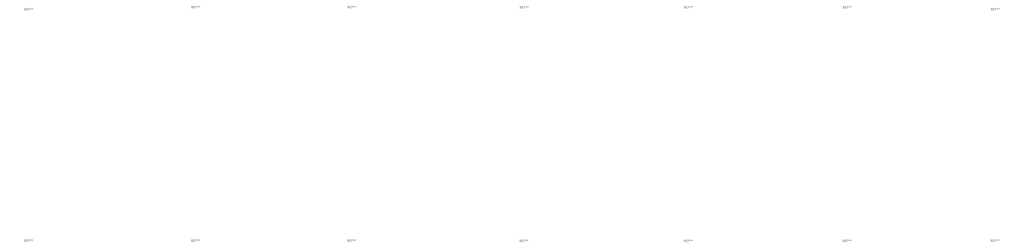
<source format=gto>
G04 #@! TF.GenerationSoftware,KiCad,Pcbnew,(5.1.6)-1*
G04 #@! TF.CreationDate,2020-07-08T00:22:04-04:00*
G04 #@! TF.ProjectId,railroad-keyboard-bottom-plate,7261696c-726f-4616-942d-6b6579626f61,rev?*
G04 #@! TF.SameCoordinates,Original*
G04 #@! TF.FileFunction,Legend,Top*
G04 #@! TF.FilePolarity,Positive*
%FSLAX46Y46*%
G04 Gerber Fmt 4.6, Leading zero omitted, Abs format (unit mm)*
G04 Created by KiCad (PCBNEW (5.1.6)-1) date 2020-07-08 00:22:04*
%MOMM*%
%LPD*%
G01*
G04 APERTURE LIST*
%ADD10C,0.150000*%
%ADD11C,2.300000*%
G04 APERTURE END LIST*
G04 #@! TO.C,REF\u002A\u002A*
D10*
X-6635583Y-223185380D02*
X-6968916Y-222709190D01*
X-7207011Y-223185380D02*
X-7207011Y-222185380D01*
X-6826059Y-222185380D01*
X-6730821Y-222233000D01*
X-6683202Y-222280619D01*
X-6635583Y-222375857D01*
X-6635583Y-222518714D01*
X-6683202Y-222613952D01*
X-6730821Y-222661571D01*
X-6826059Y-222709190D01*
X-7207011Y-222709190D01*
X-6207011Y-222661571D02*
X-5873678Y-222661571D01*
X-5730821Y-223185380D02*
X-6207011Y-223185380D01*
X-6207011Y-222185380D01*
X-5730821Y-222185380D01*
X-4968916Y-222661571D02*
X-5302250Y-222661571D01*
X-5302250Y-223185380D02*
X-5302250Y-222185380D01*
X-4826059Y-222185380D01*
X-4302250Y-222185380D02*
X-4302250Y-222423476D01*
X-4540345Y-222328238D02*
X-4302250Y-222423476D01*
X-4064154Y-222328238D01*
X-4445107Y-222613952D02*
X-4302250Y-222423476D01*
X-4159392Y-222613952D01*
X-3540345Y-222185380D02*
X-3540345Y-222423476D01*
X-3778440Y-222328238D02*
X-3540345Y-222423476D01*
X-3302250Y-222328238D01*
X-3683202Y-222613952D02*
X-3540345Y-222423476D01*
X-3397488Y-222613952D01*
X449421416Y-113965380D02*
X449088083Y-113489190D01*
X448849988Y-113965380D02*
X448849988Y-112965380D01*
X449230940Y-112965380D01*
X449326178Y-113013000D01*
X449373797Y-113060619D01*
X449421416Y-113155857D01*
X449421416Y-113298714D01*
X449373797Y-113393952D01*
X449326178Y-113441571D01*
X449230940Y-113489190D01*
X448849988Y-113489190D01*
X449849988Y-113441571D02*
X450183321Y-113441571D01*
X450326178Y-113965380D02*
X449849988Y-113965380D01*
X449849988Y-112965380D01*
X450326178Y-112965380D01*
X451088083Y-113441571D02*
X450754750Y-113441571D01*
X450754750Y-113965380D02*
X450754750Y-112965380D01*
X451230940Y-112965380D01*
X451754750Y-112965380D02*
X451754750Y-113203476D01*
X451516654Y-113108238D02*
X451754750Y-113203476D01*
X451992845Y-113108238D01*
X451611892Y-113393952D02*
X451754750Y-113203476D01*
X451897607Y-113393952D01*
X452516654Y-112965380D02*
X452516654Y-113203476D01*
X452278559Y-113108238D02*
X452516654Y-113203476D01*
X452754750Y-113108238D01*
X452373797Y-113393952D02*
X452516654Y-113203476D01*
X452659511Y-113393952D01*
X304641416Y-113076380D02*
X304308083Y-112600190D01*
X304069988Y-113076380D02*
X304069988Y-112076380D01*
X304450940Y-112076380D01*
X304546178Y-112124000D01*
X304593797Y-112171619D01*
X304641416Y-112266857D01*
X304641416Y-112409714D01*
X304593797Y-112504952D01*
X304546178Y-112552571D01*
X304450940Y-112600190D01*
X304069988Y-112600190D01*
X305069988Y-112552571D02*
X305403321Y-112552571D01*
X305546178Y-113076380D02*
X305069988Y-113076380D01*
X305069988Y-112076380D01*
X305546178Y-112076380D01*
X306308083Y-112552571D02*
X305974750Y-112552571D01*
X305974750Y-113076380D02*
X305974750Y-112076380D01*
X306450940Y-112076380D01*
X306974750Y-112076380D02*
X306974750Y-112314476D01*
X306736654Y-112219238D02*
X306974750Y-112314476D01*
X307212845Y-112219238D01*
X306831892Y-112504952D02*
X306974750Y-112314476D01*
X307117607Y-112504952D01*
X307736654Y-112076380D02*
X307736654Y-112314476D01*
X307498559Y-112219238D02*
X307736654Y-112314476D01*
X307974750Y-112219238D01*
X307593797Y-112504952D02*
X307736654Y-112314476D01*
X307879511Y-112504952D01*
X304514416Y-223312380D02*
X304181083Y-222836190D01*
X303942988Y-223312380D02*
X303942988Y-222312380D01*
X304323940Y-222312380D01*
X304419178Y-222360000D01*
X304466797Y-222407619D01*
X304514416Y-222502857D01*
X304514416Y-222645714D01*
X304466797Y-222740952D01*
X304419178Y-222788571D01*
X304323940Y-222836190D01*
X303942988Y-222836190D01*
X304942988Y-222788571D02*
X305276321Y-222788571D01*
X305419178Y-223312380D02*
X304942988Y-223312380D01*
X304942988Y-222312380D01*
X305419178Y-222312380D01*
X306181083Y-222788571D02*
X305847750Y-222788571D01*
X305847750Y-223312380D02*
X305847750Y-222312380D01*
X306323940Y-222312380D01*
X306847750Y-222312380D02*
X306847750Y-222550476D01*
X306609654Y-222455238D02*
X306847750Y-222550476D01*
X307085845Y-222455238D01*
X306704892Y-222740952D02*
X306847750Y-222550476D01*
X306990607Y-222740952D01*
X307609654Y-222312380D02*
X307609654Y-222550476D01*
X307371559Y-222455238D02*
X307609654Y-222550476D01*
X307847750Y-222455238D01*
X307466797Y-222740952D02*
X307609654Y-222550476D01*
X307752511Y-222740952D01*
X145891416Y-112949380D02*
X145558083Y-112473190D01*
X145319988Y-112949380D02*
X145319988Y-111949380D01*
X145700940Y-111949380D01*
X145796178Y-111997000D01*
X145843797Y-112044619D01*
X145891416Y-112139857D01*
X145891416Y-112282714D01*
X145843797Y-112377952D01*
X145796178Y-112425571D01*
X145700940Y-112473190D01*
X145319988Y-112473190D01*
X146319988Y-112425571D02*
X146653321Y-112425571D01*
X146796178Y-112949380D02*
X146319988Y-112949380D01*
X146319988Y-111949380D01*
X146796178Y-111949380D01*
X147558083Y-112425571D02*
X147224750Y-112425571D01*
X147224750Y-112949380D02*
X147224750Y-111949380D01*
X147700940Y-111949380D01*
X148224750Y-111949380D02*
X148224750Y-112187476D01*
X147986654Y-112092238D02*
X148224750Y-112187476D01*
X148462845Y-112092238D01*
X148081892Y-112377952D02*
X148224750Y-112187476D01*
X148367607Y-112377952D01*
X148986654Y-111949380D02*
X148986654Y-112187476D01*
X148748559Y-112092238D02*
X148986654Y-112187476D01*
X149224750Y-112092238D01*
X148843797Y-112377952D02*
X148986654Y-112187476D01*
X149129511Y-112377952D01*
X145764416Y-223185380D02*
X145431083Y-222709190D01*
X145192988Y-223185380D02*
X145192988Y-222185380D01*
X145573940Y-222185380D01*
X145669178Y-222233000D01*
X145716797Y-222280619D01*
X145764416Y-222375857D01*
X145764416Y-222518714D01*
X145716797Y-222613952D01*
X145669178Y-222661571D01*
X145573940Y-222709190D01*
X145192988Y-222709190D01*
X146192988Y-222661571D02*
X146526321Y-222661571D01*
X146669178Y-223185380D02*
X146192988Y-223185380D01*
X146192988Y-222185380D01*
X146669178Y-222185380D01*
X147431083Y-222661571D02*
X147097750Y-222661571D01*
X147097750Y-223185380D02*
X147097750Y-222185380D01*
X147573940Y-222185380D01*
X148097750Y-222185380D02*
X148097750Y-222423476D01*
X147859654Y-222328238D02*
X148097750Y-222423476D01*
X148335845Y-222328238D01*
X147954892Y-222613952D02*
X148097750Y-222423476D01*
X148240607Y-222613952D01*
X148859654Y-222185380D02*
X148859654Y-222423476D01*
X148621559Y-222328238D02*
X148859654Y-222423476D01*
X149097750Y-222328238D01*
X148716797Y-222613952D02*
X148859654Y-222423476D01*
X149002511Y-222613952D01*
X72231416Y-112949380D02*
X71898083Y-112473190D01*
X71659988Y-112949380D02*
X71659988Y-111949380D01*
X72040940Y-111949380D01*
X72136178Y-111997000D01*
X72183797Y-112044619D01*
X72231416Y-112139857D01*
X72231416Y-112282714D01*
X72183797Y-112377952D01*
X72136178Y-112425571D01*
X72040940Y-112473190D01*
X71659988Y-112473190D01*
X72659988Y-112425571D02*
X72993321Y-112425571D01*
X73136178Y-112949380D02*
X72659988Y-112949380D01*
X72659988Y-111949380D01*
X73136178Y-111949380D01*
X73898083Y-112425571D02*
X73564750Y-112425571D01*
X73564750Y-112949380D02*
X73564750Y-111949380D01*
X74040940Y-111949380D01*
X74564750Y-111949380D02*
X74564750Y-112187476D01*
X74326654Y-112092238D02*
X74564750Y-112187476D01*
X74802845Y-112092238D01*
X74421892Y-112377952D02*
X74564750Y-112187476D01*
X74707607Y-112377952D01*
X75326654Y-111949380D02*
X75326654Y-112187476D01*
X75088559Y-112092238D02*
X75326654Y-112187476D01*
X75564750Y-112092238D01*
X75183797Y-112377952D02*
X75326654Y-112187476D01*
X75469511Y-112377952D01*
X72104416Y-223185380D02*
X71771083Y-222709190D01*
X71532988Y-223185380D02*
X71532988Y-222185380D01*
X71913940Y-222185380D01*
X72009178Y-222233000D01*
X72056797Y-222280619D01*
X72104416Y-222375857D01*
X72104416Y-222518714D01*
X72056797Y-222613952D01*
X72009178Y-222661571D01*
X71913940Y-222709190D01*
X71532988Y-222709190D01*
X72532988Y-222661571D02*
X72866321Y-222661571D01*
X73009178Y-223185380D02*
X72532988Y-223185380D01*
X72532988Y-222185380D01*
X73009178Y-222185380D01*
X73771083Y-222661571D02*
X73437750Y-222661571D01*
X73437750Y-223185380D02*
X73437750Y-222185380D01*
X73913940Y-222185380D01*
X74437750Y-222185380D02*
X74437750Y-222423476D01*
X74199654Y-222328238D02*
X74437750Y-222423476D01*
X74675845Y-222328238D01*
X74294892Y-222613952D02*
X74437750Y-222423476D01*
X74580607Y-222613952D01*
X75199654Y-222185380D02*
X75199654Y-222423476D01*
X74961559Y-222328238D02*
X75199654Y-222423476D01*
X75437750Y-222328238D01*
X75056797Y-222613952D02*
X75199654Y-222423476D01*
X75342511Y-222613952D01*
X379571416Y-113076380D02*
X379238083Y-112600190D01*
X378999988Y-113076380D02*
X378999988Y-112076380D01*
X379380940Y-112076380D01*
X379476178Y-112124000D01*
X379523797Y-112171619D01*
X379571416Y-112266857D01*
X379571416Y-112409714D01*
X379523797Y-112504952D01*
X379476178Y-112552571D01*
X379380940Y-112600190D01*
X378999988Y-112600190D01*
X379999988Y-112552571D02*
X380333321Y-112552571D01*
X380476178Y-113076380D02*
X379999988Y-113076380D01*
X379999988Y-112076380D01*
X380476178Y-112076380D01*
X381238083Y-112552571D02*
X380904750Y-112552571D01*
X380904750Y-113076380D02*
X380904750Y-112076380D01*
X381380940Y-112076380D01*
X381904750Y-112076380D02*
X381904750Y-112314476D01*
X381666654Y-112219238D02*
X381904750Y-112314476D01*
X382142845Y-112219238D01*
X381761892Y-112504952D02*
X381904750Y-112314476D01*
X382047607Y-112504952D01*
X382666654Y-112076380D02*
X382666654Y-112314476D01*
X382428559Y-112219238D02*
X382666654Y-112314476D01*
X382904750Y-112219238D01*
X382523797Y-112504952D02*
X382666654Y-112314476D01*
X382809511Y-112504952D01*
X379444416Y-223312380D02*
X379111083Y-222836190D01*
X378872988Y-223312380D02*
X378872988Y-222312380D01*
X379253940Y-222312380D01*
X379349178Y-222360000D01*
X379396797Y-222407619D01*
X379444416Y-222502857D01*
X379444416Y-222645714D01*
X379396797Y-222740952D01*
X379349178Y-222788571D01*
X379253940Y-222836190D01*
X378872988Y-222836190D01*
X379872988Y-222788571D02*
X380206321Y-222788571D01*
X380349178Y-223312380D02*
X379872988Y-223312380D01*
X379872988Y-222312380D01*
X380349178Y-222312380D01*
X381111083Y-222788571D02*
X380777750Y-222788571D01*
X380777750Y-223312380D02*
X380777750Y-222312380D01*
X381253940Y-222312380D01*
X381777750Y-222312380D02*
X381777750Y-222550476D01*
X381539654Y-222455238D02*
X381777750Y-222550476D01*
X382015845Y-222455238D01*
X381634892Y-222740952D02*
X381777750Y-222550476D01*
X381920607Y-222740952D01*
X382539654Y-222312380D02*
X382539654Y-222550476D01*
X382301559Y-222455238D02*
X382539654Y-222550476D01*
X382777750Y-222455238D01*
X382396797Y-222740952D02*
X382539654Y-222550476D01*
X382682511Y-222740952D01*
X-6508583Y-113965380D02*
X-6841916Y-113489190D01*
X-7080011Y-113965380D02*
X-7080011Y-112965380D01*
X-6699059Y-112965380D01*
X-6603821Y-113013000D01*
X-6556202Y-113060619D01*
X-6508583Y-113155857D01*
X-6508583Y-113298714D01*
X-6556202Y-113393952D01*
X-6603821Y-113441571D01*
X-6699059Y-113489190D01*
X-7080011Y-113489190D01*
X-6080011Y-113441571D02*
X-5746678Y-113441571D01*
X-5603821Y-113965380D02*
X-6080011Y-113965380D01*
X-6080011Y-112965380D01*
X-5603821Y-112965380D01*
X-4841916Y-113441571D02*
X-5175250Y-113441571D01*
X-5175250Y-113965380D02*
X-5175250Y-112965380D01*
X-4699059Y-112965380D01*
X-4175250Y-112965380D02*
X-4175250Y-113203476D01*
X-4413345Y-113108238D02*
X-4175250Y-113203476D01*
X-3937154Y-113108238D01*
X-4318107Y-113393952D02*
X-4175250Y-113203476D01*
X-4032392Y-113393952D01*
X-3413345Y-112965380D02*
X-3413345Y-113203476D01*
X-3651440Y-113108238D02*
X-3413345Y-113203476D01*
X-3175250Y-113108238D01*
X-3556202Y-113393952D02*
X-3413345Y-113203476D01*
X-3270488Y-113393952D01*
X227044416Y-223312380D02*
X226711083Y-222836190D01*
X226472988Y-223312380D02*
X226472988Y-222312380D01*
X226853940Y-222312380D01*
X226949178Y-222360000D01*
X226996797Y-222407619D01*
X227044416Y-222502857D01*
X227044416Y-222645714D01*
X226996797Y-222740952D01*
X226949178Y-222788571D01*
X226853940Y-222836190D01*
X226472988Y-222836190D01*
X227472988Y-222788571D02*
X227806321Y-222788571D01*
X227949178Y-223312380D02*
X227472988Y-223312380D01*
X227472988Y-222312380D01*
X227949178Y-222312380D01*
X228711083Y-222788571D02*
X228377750Y-222788571D01*
X228377750Y-223312380D02*
X228377750Y-222312380D01*
X228853940Y-222312380D01*
X229377750Y-222312380D02*
X229377750Y-222550476D01*
X229139654Y-222455238D02*
X229377750Y-222550476D01*
X229615845Y-222455238D01*
X229234892Y-222740952D02*
X229377750Y-222550476D01*
X229520607Y-222740952D01*
X230139654Y-222312380D02*
X230139654Y-222550476D01*
X229901559Y-222455238D02*
X230139654Y-222550476D01*
X230377750Y-222455238D01*
X229996797Y-222740952D02*
X230139654Y-222550476D01*
X230282511Y-222740952D01*
X227171416Y-113076380D02*
X226838083Y-112600190D01*
X226599988Y-113076380D02*
X226599988Y-112076380D01*
X226980940Y-112076380D01*
X227076178Y-112124000D01*
X227123797Y-112171619D01*
X227171416Y-112266857D01*
X227171416Y-112409714D01*
X227123797Y-112504952D01*
X227076178Y-112552571D01*
X226980940Y-112600190D01*
X226599988Y-112600190D01*
X227599988Y-112552571D02*
X227933321Y-112552571D01*
X228076178Y-113076380D02*
X227599988Y-113076380D01*
X227599988Y-112076380D01*
X228076178Y-112076380D01*
X228838083Y-112552571D02*
X228504750Y-112552571D01*
X228504750Y-113076380D02*
X228504750Y-112076380D01*
X228980940Y-112076380D01*
X229504750Y-112076380D02*
X229504750Y-112314476D01*
X229266654Y-112219238D02*
X229504750Y-112314476D01*
X229742845Y-112219238D01*
X229361892Y-112504952D02*
X229504750Y-112314476D01*
X229647607Y-112504952D01*
X230266654Y-112076380D02*
X230266654Y-112314476D01*
X230028559Y-112219238D02*
X230266654Y-112314476D01*
X230504750Y-112219238D01*
X230123797Y-112504952D02*
X230266654Y-112314476D01*
X230409511Y-112504952D01*
X449294416Y-223185380D02*
X448961083Y-222709190D01*
X448722988Y-223185380D02*
X448722988Y-222185380D01*
X449103940Y-222185380D01*
X449199178Y-222233000D01*
X449246797Y-222280619D01*
X449294416Y-222375857D01*
X449294416Y-222518714D01*
X449246797Y-222613952D01*
X449199178Y-222661571D01*
X449103940Y-222709190D01*
X448722988Y-222709190D01*
X449722988Y-222661571D02*
X450056321Y-222661571D01*
X450199178Y-223185380D02*
X449722988Y-223185380D01*
X449722988Y-222185380D01*
X450199178Y-222185380D01*
X450961083Y-222661571D02*
X450627750Y-222661571D01*
X450627750Y-223185380D02*
X450627750Y-222185380D01*
X451103940Y-222185380D01*
X451627750Y-222185380D02*
X451627750Y-222423476D01*
X451389654Y-222328238D02*
X451627750Y-222423476D01*
X451865845Y-222328238D01*
X451484892Y-222613952D02*
X451627750Y-222423476D01*
X451770607Y-222613952D01*
X452389654Y-222185380D02*
X452389654Y-222423476D01*
X452151559Y-222328238D02*
X452389654Y-222423476D01*
X452627750Y-222328238D01*
X452246797Y-222613952D02*
X452389654Y-222423476D01*
X452532511Y-222613952D01*
G04 #@! TD*
%LPC*%
D11*
G04 #@! TO.C,REF\u002A\u002A*
X-5302250Y-225933000D03*
G04 #@! TD*
G04 #@! TO.C,REF\u002A\u002A*
X450754750Y-116713000D03*
G04 #@! TD*
G04 #@! TO.C,REF\u002A\u002A*
X305974750Y-115824000D03*
G04 #@! TD*
G04 #@! TO.C,REF\u002A\u002A*
X305847750Y-226060000D03*
G04 #@! TD*
G04 #@! TO.C,REF\u002A\u002A*
X147224750Y-115697000D03*
G04 #@! TD*
G04 #@! TO.C,REF\u002A\u002A*
X147097750Y-225933000D03*
G04 #@! TD*
G04 #@! TO.C,REF\u002A\u002A*
X73564750Y-115697000D03*
G04 #@! TD*
G04 #@! TO.C,REF\u002A\u002A*
X73437750Y-225933000D03*
G04 #@! TD*
G04 #@! TO.C,REF\u002A\u002A*
X380904750Y-115824000D03*
G04 #@! TD*
G04 #@! TO.C,REF\u002A\u002A*
X380777750Y-226060000D03*
G04 #@! TD*
G04 #@! TO.C,REF\u002A\u002A*
X-5175250Y-116713000D03*
G04 #@! TD*
G04 #@! TO.C,REF\u002A\u002A*
X228377750Y-226060000D03*
G04 #@! TD*
G04 #@! TO.C,REF\u002A\u002A*
X228504750Y-115824000D03*
G04 #@! TD*
G04 #@! TO.C,REF\u002A\u002A*
X450627750Y-225933000D03*
G04 #@! TD*
M02*

</source>
